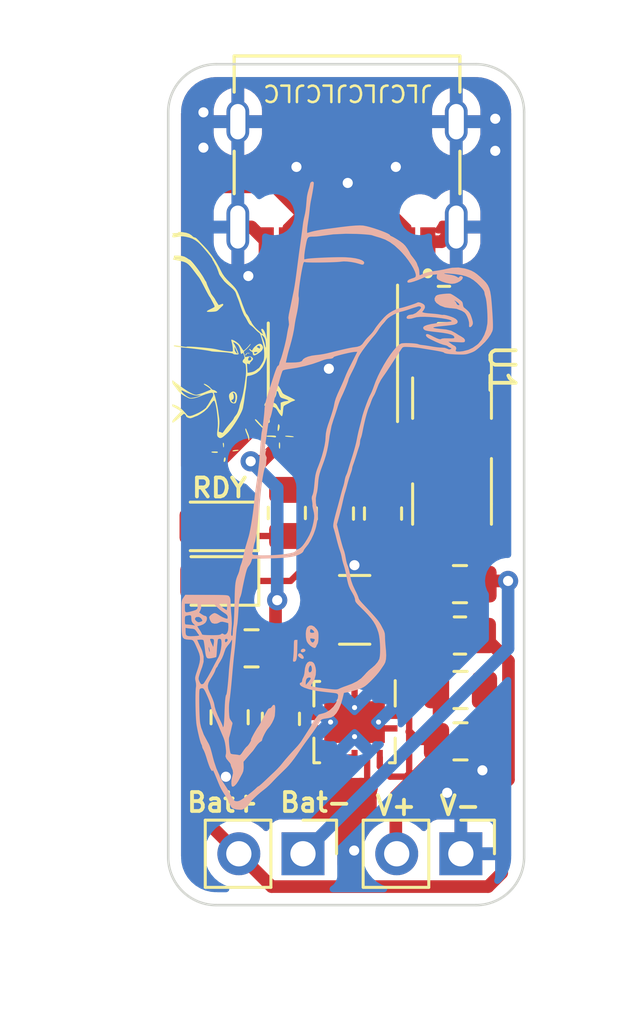
<source format=kicad_pcb>
(kicad_pcb (version 20211014) (generator pcbnew)
  (layers (0 "F.Cu" signal) (31 "B.Cu" signal) (34 "B.Paste" user) (35 "F.Paste" user) (36 "B.SilkS" user "B.Silkscreen") (37 "F.SilkS" user "F.Silkscreen") (38 "B.Mask" user) (39 "F.Mask" user) (44 "Edge.Cuts" user))
  (net 0 "")
  (net 1 "Net-(C1-Pad1)")
  (net 2 "-BATT")
  (net 3 "+BATT")
  (net 4 "GND")
  (net 5 "Net-(D1-Pad1)")
  (net 6 "VBUS")
  (net 7 "Net-(D2-Pad1)")
  (net 10 "Net-(L1-Pad1)")
  (net 11 "Net-(L1-Pad2)")
  (net 12 "Net-(R1-Pad2)")
  (net 13 "Net-(R3-Pad1)")
  (net 14 "Net-(R6-Pad1)")
  (net 15 "Net-(R7-Pad1)")
  (net 16 "/G1")
  (net 17 "/G2")
  (net 21 "Net-(C3-Pad1)")
  (net 22 "+3.3V")
  (footprint "LED_SMD:LED_0805_2012Metric" (layer "F.Cu") (at 182.499 96.139 180)
    (fp_text reference "D2" hide)
    (fp_text value "Red")
    (pad "1" smd roundrect (at -0.9375 0 180) (size 0.975 1.4) (layers "F.Cu" "F.Paste" "F.Mask") (net 7 "Net-(D2-Pad1)"))
    (pad "2" smd roundrect (at 0.9375 0 180) (size 0.975 1.4) (layers "F.Cu" "F.Paste" "F.Mask") (net 6 "VBUS"))
  )
  (footprint "Package_SON:Texas_DRC0010J_ThermalVias" (layer "F.Cu") (at 187.9755 101.724 -90)
    (fp_text reference "U4" hide)
    (fp_text value "TPS63001")
    (pad "1" smd rect (at -1.4 -1 270) (size 0.6 0.24) (layers "F.Cu" "F.Paste" "F.Mask") (net 22 "+3.3V"))
    (pad "2" smd rect (at -1.4 -0.5 270) (size 0.6 0.24) (layers "F.Cu" "F.Paste" "F.Mask") (net 10 "Net-(L1-Pad1)"))
    (pad "3" smd rect (at -1.4 0 270) (size 0.6 0.24) (layers "F.Cu" "F.Paste" "F.Mask") (net 4 "GND"))
    (pad "4" smd rect (at -1.4 0.5 270) (size 0.6 0.24) (layers "F.Cu" "F.Paste" "F.Mask") (net 11 "Net-(L1-Pad2)"))
    (pad "5" smd rect (at -1.4 1 270) (size 0.6 0.24) (layers "F.Cu" "F.Paste" "F.Mask") (net 3 "+BATT"))
    (pad "6" smd rect (at 1.4 1 270) (size 0.6 0.24) (layers "F.Cu" "F.Paste" "F.Mask") (net 21 "Net-(C3-Pad1)"))
    (pad "7" smd rect (at 1.4 0.5 270) (size 0.6 0.24) (layers "F.Cu" "F.Paste" "F.Mask") (net 21 "Net-(C3-Pad1)"))
    (pad "8" smd rect (at 1.4 0 270) (size 0.6 0.24) (layers "F.Cu" "F.Paste" "F.Mask") (net 21 "Net-(C3-Pad1)"))
    (pad "9" smd rect (at 1.4 -0.5 270) (size 0.6 0.24) (layers "F.Cu" "F.Paste" "F.Mask") (net 4 "GND"))
    (pad "10" smd rect (at 1.4 -1 270) (size 0.6 0.24) (layers "F.Cu" "F.Paste" "F.Mask") (net 22 "+3.3V"))
    (pad "11" thru_hole circle (at 0.575 0 270) (size 0.5 0.5) (drill 0.2) (layers *.Cu) (net 4 "GND"))
    (pad "11" thru_hole circle (at 0 -0.95 270) (size 0.5 0.5) (drill 0.2) (layers *.Cu) (net 4 "GND"))
    (pad "11" smd custom (at 0 0 270) (size 1.65 2.4) (layers "F.Cu" "F.Mask") (net 4 "GND") (options (clearance outline) (anchor rect)) (primitives (gr_poly (pts (xy -0.125 -1.1) (xy 0.125 -1.1) (xy 0.125 -1.7) (xy 0.375 -1.7) (xy 0.375 1.7) (xy 0.125 1.7) (xy 0.125 1.1) (xy -0.125 1.1) (xy -0.125 1.7) (xy -0.375 1.7) (xy -0.375 -1.7) (xy -0.125 -1.7)) (width 0) (fill yes))))
    (pad "11" thru_hole circle (at -0.575 0 270) (size 0.5 0.5) (drill 0.2) (layers *.Cu) (net 4 "GND"))
    (pad "11" thru_hole circle (at 0 0.95 270) (size 0.5 0.5) (drill 0.2) (layers *.Cu) (net 4 "GND"))
  )
  (footprint "LED_SMD:LED_0805_2012Metric" (layer "F.Cu") (at 182.469 93.98 180)
    (fp_text reference "D1" hide)
    (fp_text value "Green")
    (pad "1" smd roundrect (at -0.9375 0 180) (size 0.975 1.4) (layers "F.Cu" "F.Paste" "F.Mask") (net 5 "Net-(D1-Pad1)"))
    (pad "2" smd roundrect (at 0.9375 0 180) (size 0.975 1.4) (layers "F.Cu" "F.Paste" "F.Mask") (net 6 "VBUS"))
  )
  (footprint "Resistor_SMD:R_0805_2012Metric" (layer "F.Cu") (at 192.151 98.298 180)
    (fp_text reference "R8" hide)
    (fp_text value "470")
    (pad "1" smd roundrect (at -0.9125 0 180) (size 1.025 1.4) (layers "F.Cu" "F.Paste" "F.Mask") (roundrect_rratio 0.243902439) (net 3 "+BATT"))
    (pad "2" smd roundrect (at 0.9125 0 180) (size 1.025 1.4) (layers "F.Cu" "F.Paste" "F.Mask") (roundrect_rratio 0.243902439) (net 1 "Net-(C1-Pad1)"))
  )
  (footprint "Resistor_SMD:R_0805_2012Metric" (layer "F.Cu") (at 185.0595 101.597 -90)
    (fp_text reference "R10" hide)
    (fp_text value "100")
    (pad "1" smd roundrect (at -0.9125 0 270) (size 1.025 1.4) (layers "F.Cu" "F.Paste" "F.Mask") (roundrect_rratio 0.243902439) (net 3 "+BATT"))
    (pad "2" smd roundrect (at 0.9125 0 270) (size 1.025 1.4) (layers "F.Cu" "F.Paste" "F.Mask") (roundrect_rratio 0.243902439) (net 21 "Net-(C3-Pad1)"))
  )
  (footprint "Resistor_SMD:R_0805_2012Metric" (layer "F.Cu") (at 187.198 93.472 -90)
    (fp_text reference "R6" hide)
    (fp_text value "1k")
    (pad "1" smd roundrect (at -0.9125 0 270) (size 1.025 1.4) (layers "F.Cu" "F.Paste" "F.Mask") (roundrect_rratio 0.243902439) (net 14 "Net-(R6-Pad1)"))
    (pad "2" smd roundrect (at 0.9125 0 270) (size 1.025 1.4) (layers "F.Cu" "F.Paste" "F.Mask") (roundrect_rratio 0.243902439) (net 7 "Net-(D2-Pad1)"))
  )
  (footprint "Custom Footprints:TP4056" (layer "F.Cu") (at 193.3085 87.774 -90)
    (fp_text reference "U1" (at 0 -0.5 -90 unlocked) (layer "F.SilkS"))
    (fp_text value "TP4056")
    (pad "1" smd roundrect (at -2.515 4.285 270) (size 1.65 0.6) (layers "F.Cu" "F.Paste" "F.Mask") (net 4 "GND"))
    (pad "2" smd roundrect (at -2.515 5.555 270) (size 1.65 0.6) (layers "F.Cu" "F.Paste" "F.Mask") (net 12 "Net-(R1-Pad2)"))
    (pad "3" smd roundrect (at 0.0955 6.223 270) (size 1.841 3.302) (layers "F.Cu" "F.Paste" "F.Mask") (net 4 "GND"))
    (pad "3" smd roundrect (at -2.515 6.825 270) (size 1.65 0.6) (layers "F.Cu" "F.Paste" "F.Mask") (net 4 "GND"))
    (pad "4" smd roundrect (at -2.515 8.095 270) (size 1.65 0.6) (layers "F.Cu" "F.Paste" "F.Mask") (net 6 "VBUS"))
    (pad "5" smd roundrect (at 2.735 8.095 270) (size 1.65 0.6) (layers "F.Cu" "F.Paste" "F.Mask") (net 3 "+BATT"))
    (pad "6" smd roundrect (at 2.735 6.825 270) (size 1.65 0.6) (layers "F.Cu" "F.Paste" "F.Mask") (net 15 "Net-(R7-Pad1)"))
    (pad "7" smd roundrect (at 2.735 5.555 270) (size 1.65 0.6) (layers "F.Cu" "F.Paste" "F.Mask") (net 14 "Net-(R6-Pad1)"))
    (pad "8" smd roundrect (at 2.735 4.285 270) (size 1.65 0.6) (layers "F.Cu" "F.Paste" "F.Mask") (net 6 "VBUS"))
  )
  (footprint "Capacitor_SMD:C_0805_2012Metric" (layer "F.Cu") (at 192.151 96.266)
    (fp_text reference "C1" hide)
    (fp_text value "0.1uf")
    (pad "1" smd roundrect (at -0.95 0) (size 1 1.45) (layers "F.Cu" "F.Paste" "F.Mask") (net 1 "Net-(C1-Pad1)"))
    (pad "2" smd roundrect (at 0.95 0) (size 1 1.45) (layers "F.Cu" "F.Paste" "F.Mask") (net 2 "-BATT"))
  )
  (footprint "Resistor_SMD:R_0805_2012Metric" (layer "F.Cu") (at 185.293 93.4485 -90)
    (fp_text reference "R7" hide)
    (fp_text value "1k")
    (pad "1" smd roundrect (at -0.9125 0 270) (size 1.025 1.4) (layers "F.Cu" "F.Paste" "F.Mask") (roundrect_rratio 0.243902439) (net 15 "Net-(R7-Pad1)"))
    (pad "2" smd roundrect (at 0.9125 0 270) (size 1.025 1.4) (layers "F.Cu" "F.Paste" "F.Mask") (roundrect_rratio 0.243902439) (net 5 "Net-(D1-Pad1)"))
  )
  (footprint "Resistor_SMD:R_0805_2012Metric" (layer "F.Cu") (at 189.103 93.472 -90)
    (fp_text reference "R3" hide)
    (fp_text value "1k")
    (pad "1" smd roundrect (at -0.9125 0 270) (size 1.025 1.4) (layers "F.Cu" "F.Paste" "F.Mask") (roundrect_rratio 0.243902439) (net 13 "Net-(R3-Pad1)"))
    (pad "2" smd roundrect (at 0.9125 0 270) (size 1.025 1.4) (layers "F.Cu" "F.Paste" "F.Mask") (roundrect_rratio 0.243902439) (net 4 "GND"))
  )
  (footprint "Capacitor_SMD:C_0805_2012Metric" (layer "F.Cu") (at 183.0275 101.531 90)
    (fp_text reference "C3" hide)
    (fp_text value "10uf")
    (pad "1" smd roundrect (at -0.95 0 90) (size 1 1.45) (layers "F.Cu" "F.Paste" "F.Mask") (net 21 "Net-(C3-Pad1)"))
    (pad "2" smd roundrect (at 0.95 0 90) (size 1 1.45) (layers "F.Cu" "F.Paste" "F.Mask") (net 4 "GND"))
  )
  (footprint "Connector_PinHeader_2.54mm:PinHeader_1x02_P2.54mm_Vertical" (layer "F.Cu") (at 185.933 106.934 -90)
    (fp_text reference "J1" hide)
    (fp_text value "Conn_01x02")
    (pad "1" thru_hole rect (at 0 0 270) (size 1.7 1.7) (drill 1) (layers *.Cu *.Mask) (net 2 "-BATT"))
    (pad "2" thru_hole oval (at 0 2.54 270) (size 1.7 1.7) (drill 1) (layers *.Cu *.Mask) (net 3 "+BATT"))
  )
  (footprint "Capacitor_SMD:C_0805_2012Metric" (layer "F.Cu") (at 192.1715 100.454)
    (fp_text reference "C4" hide)
    (fp_text value "10uf")
    (pad "1" smd roundrect (at -0.95 0) (size 1 1.45) (layers "F.Cu" "F.Paste" "F.Mask") (net 22 "+3.3V"))
    (pad "2" smd roundrect (at 0.95 0) (size 1 1.45) (layers "F.Cu" "F.Paste" "F.Mask") (net 4 "GND"))
  )
  (footprint "Capacitor_SMD:C_0805_2012Metric" (layer "F.Cu") (at 183.896 98.806 180)
    (fp_text reference "C2" hide)
    (fp_text value "10uf")
    (pad "1" smd roundrect (at -0.95 0 180) (size 1 1.45) (layers "F.Cu" "F.Paste" "F.Mask") (net 3 "+BATT"))
    (pad "2" smd roundrect (at 0.95 0 180) (size 1 1.45) (layers "F.Cu" "F.Paste" "F.Mask") (net 4 "GND"))
  )
  (footprint "SmallHostFootprints:HRO_TYPE-C-31-M-12" (layer "F.Cu") (at 187.678 77.9665 180)
    (fp_text reference "J2" hide)
    (fp_text value "TYPE-C-31-M-12")
    (pad "" np_thru_hole circle locked (at 2.89 -3.68 180) (size 0.6 0.6) (drill 0.6) (layers *.Cu *.Mask))
    (pad "" np_thru_hole circle locked (at -2.89 -3.68 180) (size 0.6 0.6) (drill 0.6) (layers *.Cu *.Mask))
    (pad "A1_B12" smd rect locked (at -3.2 -4.75 180) (size 0.6 1.14) (layers "F.Cu" "F.Paste") (net 4 "GND"))
    (pad "A4_B9" smd rect locked (at -2.4 -4.75 180) (size 0.6 1.14) (layers "F.Cu" "F.Paste") (net 6 "VBUS"))
    (pad "A5" smd rect locked (at -1.25 -4.75 180) (size 0.3 1.14) (layers "F.Cu" "F.Paste"))
    (pad "A6" smd rect locked (at -0.25 -4.75 180) (size 0.3 1.14) (layers "F.Cu" "F.Paste"))
    (pad "A7" smd rect locked (at 0.25 -4.75 180) (size 0.3 1.14) (layers "F.Cu" "F.Paste"))
    (pad "A8" smd rect locked (at 1.25 -4.75 180) (size 0.3 1.14) (layers "F.Cu" "F.Paste"))
    (pad "B1_A12" smd rect locked (at 3.2 -4.75 180) (size 0.6 1.14) (layers "F.Cu" "F.Paste") (net 4 "GND"))
    (pad "B4_A9" smd rect locked (at 2.4 -4.75 180) (size 0.6 1.14) (layers "F.Cu" "F.Paste") (net 6 "VBUS"))
    (pad "B5" smd rect locked (at 1.75 -4.75 180) (size 0.3 1.14) (layers "F.Cu" "F.Paste"))
    (pad "B6" smd rect locked (at 0.75 -4.75 180) (size 0.3 1.14) (layers "F.Cu" "F.Paste"))
    (pad "B7" smd rect locked (at -0.75 -4.75 180) (size 0.3 1.14) (layers "F.Cu" "F.Paste"))
    (pad "B8" smd rect locked (at -1.75 -4.75 180) (size 0.3 1.14) (layers "F.Cu" "F.Paste"))
    (pad "S1" thru_hole oval locked (at -4.325 -4.17 180) (size 0.9 2) (drill oval 0.6 1.7) (layers *.Cu *.Mask) (net 4 "GND"))
    (pad "S2" thru_hole oval locked (at 4.325 -4.17 180) (size 0.9 2) (drill oval 0.6 1.7) (layers *.Cu *.Mask) (net 4 "GND"))
    (pad "S3" thru_hole oval locked (at -4.325 0 180) (size 0.9 1.7) (drill oval 0.6 1.4) (layers *.Cu *.Mask) (net 4 "GND"))
    (pad "S4" thru_hole oval locked (at 4.325 0 180) (size 0.9 1.7) (drill oval 0.6 1.4) (layers *.Cu *.Mask) (net 4 "GND"))
  )
  (footprint "Package_TO_SOT_SMD:SOT-23-6" (layer "F.Cu") (at 191.836 88.9055 -90)
    (fp_text reference "U3" hide)
    (fp_text value "FS8205A")
    (pad "1" smd roundrect (at -1.1375 -0.95 270) (size 1.325 0.6) (layers "F.Cu" "F.Paste" "F.Mask") (net 2 "-BATT"))
    (pad "2" smd roundrect (at -1.1375 0 270) (size 1.325 0.6) (layers "F.Cu" "F.Paste" "F.Mask"))
    (pad "3" smd roundrect (at -1.1375 0.95 270) (size 1.325 0.6) (layers "F.Cu" "F.Paste" "F.Mask") (net 4 "GND"))
    (pad "4" smd roundrect (at 1.1375 0.95 270) (size 1.325 0.6) (layers "F.Cu" "F.Paste" "F.Mask") (net 17 "/G2"))
    (pad "5" smd roundrect (at 1.1375 0 270) (size 1.325 0.6) (layers "F.Cu" "F.Paste" "F.Mask"))
    (pad "6" smd roundrect (at 1.1375 -0.95 270) (size 1.325 0.6) (layers "F.Cu" "F.Paste" "F.Mask") (net 16 "/G1"))
  )
  (footprint "Inductor_SMD:L_1210_3225Metric" (layer "F.Cu") (at 187.9805 97.282 180)
    (fp_text reference "L1" hide)
    (fp_text value "2.2uh")
    (pad "1" smd roundrect (at -1.4 0 180) (size 1.25 2.65) (layers "F.Cu" "F.Paste" "F.Mask") (roundrect_rratio 0.2) (net 10 "Net-(L1-Pad1)"))
    (pad "2" smd roundrect (at 1.4 0 180) (size 1.25 2.65) (layers "F.Cu" "F.Paste" "F.Mask") (roundrect_rratio 0.2) (net 11 "Net-(L1-Pad2)"))
  )
  (footprint "LOGO" (layer "F.Cu") (at 183.261 86.868 -90)
    (fp_text reference "G***" hide)
    (fp_text value "LOGO" hide)
  )
  (footprint "Package_TO_SOT_SMD:SOT-23-6" (layer "F.Cu") (at 191.836 93.0965 -90)
    (fp_text reference "U2" hide)
    (fp_text value "DW01-A")
    (pad "1" smd roundrect (at -1.1375 -0.95 270) (size 1.325 0.6) (layers "F.Cu" "F.Paste" "F.Mask") (net 16 "/G1"))
    (pad "2" smd roundrect (at -1.1375 0 270) (size 1.325 0.6) (layers "F.Cu" "F.Paste" "F.Mask") (net 13 "Net-(R3-Pad1)"))
    (pad "3" smd roundrect (at -1.1375 0.95 270) (size 1.325 0.6) (layers "F.Cu" "F.Paste" "F.Mask") (net 17 "/G2"))
    (pad "4" smd roundrect (at 1.1375 0.95 270) (size 1.325 0.6) (layers "F.Cu" "F.Paste" "F.Mask"))
    (pad "5" smd roundrect (at 1.1375 0 270) (size 1.325 0.6) (layers "F.Cu" "F.Paste" "F.Mask") (net 1 "Net-(C1-Pad1)"))
    (pad "6" smd roundrect (at 1.1375 -0.95 270) (size 1.325 0.6) (layers "F.Cu" "F.Paste" "F.Mask") (net 2 "-BATT"))
  )
  (footprint "Capacitor_SMD:C_0805_2012Metric" (layer "F.Cu") (at 192.1715 102.486)
    (fp_text reference "C5" hide)
    (fp_text value "C_Small")
    (pad "1" smd roundrect (at -0.95 0) (size 1 1.45) (layers "F.Cu" "F.Paste" "F.Mask") (net 22 "+3.3V"))
    (pad "2" smd roundrect (at 0.95 0) (size 1 1.45) (layers "F.Cu" "F.Paste" "F.Mask") (net 4 "GND"))
  )
  (footprint "Resistor_SMD:R_0805_2012Metric" (layer "F.Cu") (at 191.516 85.217 180)
    (fp_text reference "R1" hide)
    (fp_text value "1k")
    (pad "1" smd roundrect (at -0.9125 0 180) (size 1.025 1.4) (layers "F.Cu" "F.Paste" "F.Mask") (roundrect_rratio 0.243902439) (net 4 "GND"))
    (pad "2" smd roundrect (at 0.9125 0 180) (size 1.025 1.4) (layers "F.Cu" "F.Paste" "F.Mask") (roundrect_rratio 0.243902439) (net 12 "Net-(R1-Pad2)"))
  )
  (footprint "Connector_PinHeader_2.54mm:PinHeader_1x02_P2.54mm_Vertical" (layer "F.Cu") (at 192.186 106.934 -90)
    (fp_text reference "J3" hide)
    (fp_text value "Conn_01x02")
    (pad "1" thru_hole rect (at 0 0 270) (size 1.7 1.7) (drill 1) (layers *.Cu *.Mask) (net 4 "GND"))
    (pad "2" thru_hole oval (at 0 2.54 270) (size 1.7 1.7) (drill 1) (layers *.Cu *.Mask) (net 22 "+3.3V"))
  )
  (footprint "LOGO" (layer "B.Cu") (at 185.928 93.218 90)
    (fp_text reference "G***" hide)
    (fp_text value "LOGO" hide)
  )
  (gr_line (start 194.691 107.061) (end 194.691 77.597) (layer "Edge.Cuts") (width 0.1))
  (gr_arc (start 194.691 107.061) (mid 194.133038 108.408038) (end 192.786 108.966) (layer "Edge.Cuts") (width 0.1))
  (gr_arc (start 182.499 108.966) (mid 181.151962 108.408038) (end 180.594 107.061) (layer "Edge.Cuts") (width 0.1))
  (gr_arc (start 192.786 75.692) (mid 194.133038 76.249962) (end 194.691 77.597) (layer "Edge.Cuts") (width 0.1))
  (gr_line (start 192.786 75.692) (end 182.499 75.692) (layer "Edge.Cuts") (width 0.1))
  (gr_arc (start 180.594 77.597) (mid 181.151962 76.249962) (end 182.499 75.692) (layer "Edge.Cuts") (width 0.1))
  (gr_line (start 182.499 108.966) (end 192.786 108.966) (layer "Edge.Cuts") (width 0.1))
  (gr_line (start 180.594 77.597) (end 180.594 107.061) (layer "Edge.Cuts") (width 0.1))
  (gr_text "JLCJLCJLCJLC" (at 187.706 76.835 180) (layer "F.SilkS") (effects (font (size 0.65 0.65) (thickness 0.1))))
  (gr_text "V+" (at 189.611 105.029) (layer "F.SilkS") (effects (font (size 0.75 0.75))))
  (gr_text "V-" (at 192.151 105.029) (layer "F.SilkS") (effects (font (size 0.75 0.75))))
  (gr_text "Bat+" (at 182.753 104.902) (layer "F.SilkS") (effects (font (size 0.75 0.75))))
  (gr_text "RDY" (at 182.626 92.456) (layer "F.SilkS") (effects (font (size 0.75 0.75))))
  (gr_text "Bat-\n" (at 186.436 104.902) (layer "F.SilkS") (effects (font (size 0.75 0.75))))
  (segment (start 191.836 95.631) (end 191.836 94.234) (width 0.3) (layer "F.Cu") (net 1))
  (segment (start 191.2385 98.298) (end 191.2385 96.3035) (width 0.3) (layer "F.Cu") (net 1))
  (segment (start 191.201 96.266) (end 191.836 95.631) (width 0.3) (layer "F.Cu") (net 1))
  (segment (start 191.2385 96.3035) (end 191.201 96.266) (width 0.3) (layer "F.Cu") (net 1))
  (segment (start 192.786 95.951) (end 193.101 96.266) (width 0.3) (layer "F.Cu") (net 2))
  (segment (start 192.786 87.768) (end 193.436 88.418) (width 0.3) (layer "F.Cu") (net 2))
  (segment (start 192.786 94.234) (end 192.786 95.951) (width 0.3) (layer "F.Cu") (net 2))
  (segment (start 194.056 96.139) (end 193.228 96.139) (width 0.5) (layer "F.Cu") (net 2))
  (segment (start 193.436 88.418) (end 193.436 93.584) (width 0.3) (layer "F.Cu") (net 2))
  (segment (start 193.436 93.584) (end 192.786 94.234) (width 0.3) (layer "F.Cu") (net 2))
  (segment (start 193.228 96.139) (end 193.101 96.266) (width 0.5) (layer "F.Cu") (net 2))
  (via (at 194.056 96.139) (size 0.8) (drill 0.4) (layers "F.Cu" "B.Cu") (net 2))
  (segment (start 194.056 98.811) (end 185.933 106.934) (width 0.5) (layer "B.Cu") (net 2))
  (segment (start 194.056 96.139) (end 194.056 98.811) (width 0.5) (layer "B.Cu") (net 2))
  (segment (start 185.42 100.324) (end 185.0595 100.6845) (width 0.3) (layer "F.Cu") (net 3))
  (segment (start 184.693 108.234) (end 193.264 108.234) (width 0.5) (layer "F.Cu") (net 3))
  (segment (start 181.737 105.278) (end 181.737 98.171) (width 0.5) (layer "F.Cu") (net 3))
  (segment (start 184.846 98.613) (end 184.846 98.806) (width 0.5) (layer "F.Cu") (net 3))
  (segment (start 183.393 106.934) (end 181.737 105.278) (width 0.5) (layer "F.Cu") (net 3))
  (segment (start 193.802 107.696) (end 193.802 104.267) (width 0.5) (layer "F.Cu") (net 3))
  (segment (start 193.264 108.234) (end 193.802 107.696) (width 0.5) (layer "F.Cu") (net 3))
  (segment (start 184.846 96.967) (end 184.912 96.901) (width 0.5) (layer "F.Cu") (net 3))
  (segment (start 181.737 98.171) (end 182.372 97.536) (width 0.5) (layer "F.Cu") (net 3))
  (segment (start 184.846 98.806) (end 184.846 100.471) (width 0.5) (layer "F.Cu") (net 3))
  (segment (start 194.0715 99.306) (end 193.0635 98.298) (width 0.5) (layer "F.Cu") (net 3))
  (segment (start 182.372 97.536) (end 183.769 97.536) (width 0.5) (layer "F.Cu") (net 3))
  (segment (start 193.802 104.267) (end 194.0715 103.9975) (width 0.5) (layer "F.Cu") (net 3))
  (segment (start 186.9755 100.324) (end 185.42 100.324) (width 0.3) (layer "F.Cu") (net 3))
  (segment (start 183.861688 91.405688) (end 184.316812 91.405688) (width 0.5) (layer "F.Cu") (net 3))
  (segment (start 184.316812 91.405688) (end 185.2135 90.509) (width 0.5) (layer "F.Cu") (net 3))
  (segment (start 184.846 100.471) (end 185.0595 100.6845) (width 0.5) (layer "F.Cu") (net 3))
  (segment (start 183.393 106.934) (end 184.693 108.234) (width 0.5) (layer "F.Cu") (net 3))
  (segment (start 183.769 97.536) (end 184.846 98.613) (width 0.5) (layer "F.Cu") (net 3))
  (segment (start 184.846 98.806) (end 184.846 96.967) (width 0.5) (layer "F.Cu") (net 3))
  (segment (start 194.0715 103.9975) (end 194.0715 99.306) (width 0.5) (layer "F.Cu") (net 3))
  (via (at 184.912 96.901) (size 0.8) (drill 0.4) (layers "F.Cu" "B.Cu") (net 3))
  (via (at 183.861688 91.405688) (size 0.8) (drill 0.4) (layers "F.Cu" "B.Cu") (net 3))
  (segment (start 184.912 96.901) (end 184.912 92.456) (width 0.5) (layer "B.Cu") (net 3))
  (segment (start 184.912 92.456) (end 183.861688 91.405688) (width 0.5) (layer "B.Cu") (net 3))
  (segment (start 190.878 82.7165) (end 191.423 82.7165) (width 0.5) (layer "F.Cu") (net 4))
  (segment (start 190.886 87.768) (end 190.886 86.99) (width 0.5) (layer "F.Cu") (net 4))
  (segment (start 187.7735 101.522) (end 183.9685 101.522) (width 0.25) (layer "F.Cu") (net 4))
  (segment (start 192.003 82.1365) (end 192.003 84.7915) (width 0.5) (layer "F.Cu") (net 4))
  (segment (start 187.9755 101.724) (end 187.7735 101.522) (width 0.25) (layer "F.Cu") (net 4))
  (segment (start 188.4755 103.124) (end 188.4755 102.224) (width 0.25) (layer "F.Cu") (net 4))
  (segment (start 188.4755 102.224) (end 187.9755 101.724) (width 0.25) (layer "F.Cu") (net 4))
  (segment (start 187.0855 87.8695) (end 190.7845 87.8695) (width 0.5) (layer "F.Cu") (net 4))
  (segment (start 187.9755 98.622828) (end 187.932336 98.579664) (width 0.25) (layer "F.Cu") (net 4))
  (segment (start 189.0235 85.9315) (end 187.0855 87.8695) (width 0.5) (layer "F.Cu") (net 4))
  (segment (start 186.4835 87.2675) (end 186.9585 87.7425) (width 0.5) (layer "F.Cu") (net 4))
  (segment (start 190.886 86.99) (end 192.4285 85.4475) (width 0.5) (layer "F.Cu") (net 4))
  (segment (start 187.7185 101.981) (end 187.9755 101.724) (width 0.25) (layer "F.Cu") (net 4))
  (segment (start 182.946 100.4995) (end 183.0275 100.581) (width 0.5) (layer "F.Cu") (net 4))
  (segment (start 193.1215 100.454) (end 193.1215 102.486) (width 0.5) (layer "F.Cu") (net 4))
  (segment (start 186.563 101.981) (end 187.7185 101.981) (width 0.25) (layer "F.Cu") (net 4))
  (segment (start 191.423 82.7165) (end 192.003 82.1365) (width 0.5) (layer "F.Cu") (net 4))
  (segment (start 192.4285 85.4475) (end 192.4285 85.217) (width 0.5) (layer "F.Cu") (net 4))
  (segment (start 187.96 105.918) (end 187.96 106.807) (width 0.25) (layer "F.Cu") (net 4))
  (segment (start 186.9585 87.7425) (end 187.0855 87.8695) (width 0.5) (layer "F.Cu") (net 4))
  (segment (start 183.353 82.1365) (end 183.898 82.1365) (width 0.5) (layer "F.Cu") (net 4))
  (segment (start 187.9755 100.324) (end 187.9755 101.149) (width 0.25) (layer "F.Cu") (net 4))
  (segment (start 189.103 94.3845) (end 187.97175 95.51575) (width 0.5) (layer "F.Cu") (net 4))
  (segment (start 186.4835 85.259) (end 186.4835 87.2675) (width 0.5) (layer "F.Cu") (net 4))
  (segment (start 192.003 84.7915) (end 192.4285 85.217) (width 0.5) (layer "F.Cu") (net 4))
  (segment (start 182.946 98.806) (end 182.946 100.4995) (width 0.5) (layer "F.Cu") (net 4))
  (segment (start 188.4755 105.4025) (end 187.96 105.918) (width 0.25) (layer "F.Cu") (net 4))
  (segment (start 193.1215 103.5505) (end 193.04 103.632) (width 0.5) (layer "F.Cu") (net 4))
  (segment (start 193.1215 102.486) (end 193.1215 103.5505) (width 0.5) (layer "F.Cu") (net 4))
  (segment (start 187.97175 95.51575) (end 187.932336 95.555164) (width 0.5) (layer "F.Cu") (net 4))
  (segment (start 183.898 82.1365) (end 184.478 82.7165) (width 0.5) (layer "F.Cu") (net 4))
  (segment (start 187.9755 100.324) (end 187.9755 98.622828) (width 0.25) (layer "F.Cu") (net 4))
  (segment (start 183.9685 101.522) (end 183.0275 100.581) (width 0.25) (layer "F.Cu") (net 4))
  (segment (start 189.0235 85.259) (end 189.0235 85.9315) (width 0.5) (layer "F.Cu") (net 4))
  (segment (start 187.932336 95.555164) (end 187.932336 98.579664) (width 0.5) (layer "F.Cu") (net 4))
  (segment (start 188.4755 103.124) (end 188.4755 105.4025) (width 0.25) (layer "F.Cu") (net 4))
  (segment (start 190.7845 87.8695) (end 190.886 87.768) (width 0.5) (layer "F.Cu") (net 4))
  (via (at 186.9585 87.7425) (size 0.8) (drill 0.4) (layers "F.Cu" "B.Cu") (net 4))
  (via (at 185.674 79.756) (size 0.8) (drill 0.4) (layers "F.Cu" "B.Cu") (net 4))
  (via (at 193.548 79.121) (size 0.8) (drill 0.4) (layers "F.Cu" "B.Cu") (net 4))
  (via (at 187.96 106.807) (size 0.8) (drill 0.4) (layers "F.Cu" "B.Cu") (net 4))
  (via (at 187.97175 95.51575) (size 0.8) (drill 0.4) (layers "F.Cu" "B.Cu") (net 4))
  (via (at 193.04 103.632) (size 0.8) (drill 0.4) (layers "F.Cu" "B.Cu") (net 4))
  (via (at 181.991 77.597) (size 0.8) (drill 0.4) (layers "F.Cu" "B.Cu") (net 4))
  (via (at 193.548 77.851) (size 0.8) (drill 0.4) (layers "F.Cu" "B.Cu") (net 4))
  (via (at 183.769 84.074) (size 0.8) (drill 0.4) (layers "F.Cu" "B.Cu") (net 4))
  (via (at 182.88 103.886) (size 0.8) (drill 0.4) (layers "F.Cu" "B.Cu") (net 4))
  (via (at 181.991 78.994) (size 0.8) (drill 0.4) (layers "F.Cu" "B.Cu") (net 4))
  (via (at 189.611 79.756) (size 0.8) (drill 0.4) (layers "F.Cu" "B.Cu") (net 4))
  (via (at 191.643 104.521) (size 0.8) (drill 0.4) (layers "F.Cu" "B.Cu") (net 4))
  (via (at 187.706 80.391) (size 0.8) (drill 0.4) (layers "F.Cu" "B.Cu") (net 4))
  (segment (start 183.353 77.9665) (end 183.353 82.1365) (width 0.5) (layer "B.Cu") (net 4))
  (segment (start 192.003 77.9665) (end 192.003 82.1365) (width 0.5) (layer "B.Cu") (net 4))
  (segment (start 183.353 77.9665) (end 192.003 77.9665) (width 0.5) (layer "B.Cu") (net 4))
  (segment (start 183.7875 94.361) (end 183.4065 93.98) (width 0.25) (layer "F.Cu") (net 5))
  (segment (start 185.293 94.361) (end 183.7875 94.361) (width 0.25) (layer "F.Cu") (net 5))
  (segment (start 188.341 89.281) (end 184.531 89.281) (width 0.3) (layer "F.Cu") (net 6))
  (segment (start 182.245 84.201) (end 184.531 86.487) (width 0.3) (layer "F.Cu") (net 6))
  (segment (start 186.182 81.534) (end 189.465549 81.534) (width 0.3) (layer "F.Cu") (net 6))
  (segment (start 185.2135 82.781) (end 185.278 82.7165) (width 0.3) (layer "F.Cu") (net 6))
  (segment (start 181.5615 96.139) (end 181.5615 94.01) (width 0.5) (layer "F.Cu") (net 6))
  (segment (start 189.465549 81.534) (end 190.078 82.146451) (width 0.3) (layer "F.Cu") (net 6))
  (segment (start 185.278 82.7165) (end 185.278 82.146451) (width 0.3) (layer "F.Cu") (net 6))
  (segment (start 186.182 81.534) (end 185.674 81.534) (width 0.3) (layer "F.Cu") (net 6))
  (segment (start 185.039 85.4335) (end 185.2135 85.259) (width 0.3) (layer "F.Cu") (net 6))
  (segment (start 185.278 82.146451) (end 185.890451 81.534) (width 0.3) (layer "F.Cu") (net 6))
  (segment (start 189.0235 89.9635) (end 188.341 89.281) (width 0.3) (layer "F.Cu") (net 6))
  (segment (start 185.674 81.534) (end 184.785 80.645) (width 0.3) (layer "F.Cu") (net 6))
  (segment (start 181.5315 92.5345) (end 184.531 89.535) (width 0.5) (layer "F.Cu") (net 6))
  (segment (start 182.245 81.026) (end 182.245 84.201) (width 0.3) (layer "F.Cu") (net 6))
  (segment (start 184.531 85.9415) (end 185.2135 85.259) (width 0.5) (layer "F.Cu") (net 6))
  (segment (start 184.531 89.535) (end 184.531 86.487) (width 0.5) (layer "F.Cu") (net 6))
  (segment (start 181.5315 93.98) (end 181.5315 92.5345) (width 0.5) (layer "F.Cu") (net 6))
  (segment (start 190.078 82.146451) (end 190.078 82.7165) (width 0.3) (layer "F.Cu") (net 6))
  (segment (start 182.626 80.645) (end 182.245 81.026) (width 0.3) (layer "F.Cu") (net 6))
  (segment (start 181.5615 94.01) (end 181.5315 93.98) (width 0.5) (layer "F.Cu") (net 6))
  (segment (start 189.0235 90.509) (end 189.0235 89.9635) (width 0.3) (layer "F.Cu") (net 6))
  (segment (start 184.785 80.645) (end 182.626 80.645) (width 0.3) (layer "F.Cu") (net 6))
  (segment (start 184.531 86.487) (end 184.531 85.9415) (width 0.5) (layer "F.Cu") (net 6))
  (segment (start 185.890451 81.534) (end 186.182 81.534) (width 0.3) (layer "F.Cu") (net 6))
  (segment (start 185.4435 96.139) (end 187.198 94.3845) (width 0.25) (layer "F.Cu") (net 7))
  (segment (start 183.4365 96.139) (end 185.4435 96.139) (width 0.25) (layer "F.Cu") (net 7))
  (segment (start 189.3805 97.282) (end 189.3805 98.041) (width 0.3) (layer "F.Cu") (net 10))
  (segment (start 188.4755 100.324) (end 188.4755 98.946) (width 0.25) (layer "F.Cu") (net 10))
  (segment (start 188.4755 98.946) (end 189.3805 98.041) (width 0.25) (layer "F.Cu") (net 10))
  (segment (start 187.4755 98.936) (end 187.27175 98.73225) (width 0.25) (layer "F.Cu") (net 11))
  (segment (start 186.5805 98.041) (end 187.27175 98.73225) (width 0.3) (layer "F.Cu") (net 11))
  (segment (start 187.4755 100.324) (end 187.4755 98.936) (width 0.25) (layer "F.Cu") (net 11))
  (segment (start 186.5805 97.282) (end 186.5805 98.041) (width 0.3) (layer "F.Cu") (net 11))
  (segment (start 189.4955 84.109) (end 188.56 84.109) (width 0.25) (layer "F.Cu") (net 12))
  (segment (start 188.56 84.109) (end 187.7535 84.9155) (width 0.25) (layer "F.Cu") (net 12))
  (segment (start 187.7535 84.9155) (end 187.7535 85.259) (width 0.25) (layer "F.Cu") (net 12))
  (segment (start 190.6035 85.217) (end 189.4955 84.109) (width 0.25) (layer "F.Cu") (net 12))
  (segment (start 189.5075 92.964) (end 191.262 92.964) (width 0.25) (layer "F.Cu") (net 13))
  (segment (start 191.836 92.39) (end 191.262 92.964) (width 0.25) (layer "F.Cu") (net 13))
  (segment (start 191.836 91.959) (end 191.836 92.39) (width 0.25) (layer "F.Cu") (net 13))
  (segment (start 189.103 92.5595) (end 189.5075 92.964) (width 0.25) (layer "F.Cu") (net 13))
  (segment (start 187.7535 92.004) (end 187.198 92.5595) (width 0.25) (layer "F.Cu") (net 14))
  (segment (start 187.7535 90.509) (end 187.7535 92.004) (width 0.25) (layer "F.Cu") (net 14))
  (segment (start 186.4835 91.3455) (end 186.4835 90.509) (width 0.25) (layer "F.Cu") (net 15))
  (segment (start 185.293 92.536) (end 186.4835 91.3455) (width 0.25) (layer "F.Cu") (net 15))
  (segment (start 192.786 90.043) (end 192.786 91.959) (width 0.25) (layer "F.Cu") (net 16))
  (segment (start 190.886 91.959) (end 190.886 90.043) (width 0.25) (layer "F.Cu") (net 17))
  (segment (start 185.031 102.481) (end 185.0595 102.5095) (width 0.25) (layer "F.Cu") (net 21))
  (segment (start 185.0595 102.5095) (end 185.674 103.124) (width 0.25) (layer "F.Cu") (net 21))
  (segment (start 183.0275 102.481) (end 185.031 102.481) (width 0.25) (layer "F.Cu") (net 21))
  (segment (start 185.674 103.124) (end 187.9755 103.124) (width 0.25) (layer "F.Cu") (net 21))
  (segment (start 188.9965 103.502) (end 188.9755 103.481) (width 0.25) (layer "F.Cu") (net 22))
  (segment (start 189.3775 103.883) (end 188.9965 103.502) (width 0.25) (layer "F.Cu") (net 22))
  (segment (start 189.611 106.553) (end 189.611 104.648) (width 0.5) (layer "F.Cu") (net 22))
  (segment (start 190.1395 99.946) (end 190.1395 100.708) (width 0.25) (layer "F.Cu") (net 22))
  (segment (start 191.2215 100.454) (end 191.2215 102.486) (width 0.3) (layer "F.Cu") (net 22))
  (segment (start 188.9755 100.324) (end 188.9755 99.967) (width 0.25) (layer "F.Cu") (net 22))
  (segment (start 190.5205 102.486) (end 190.1395 102.105) (width 0.3) (layer "F.Cu") (net 22))
  (segment (start 188.9755 103.481) (end 188.9755 103.124) (width 0.25) (layer "F.Cu") (net 22))
  (segment (start 191.2215 103.0375) (end 191.2215 102.486) (width 0.5) (layer "F.Cu") (net 22))
  (segment (start 190.1395 102.105) (end 190.1395 103.756) (width 0.25) (layer "F.Cu") (net 22))
  (segment (start 189.8855 99.692) (end 190.1395 99.946) (width 0.25) (layer "F.Cu") (net 22))
  (segment (start 190.1395 103.756) (end 190.0125 103.883) (width 0.25) (layer "F.Cu") (net 22))
  (segment (start 189.611 104.648) (end 191.2215 103.0375) (width 0.5) (layer "F.Cu") (net 22))
  (segment (start 190.1395 100.708) (end 190.1395 102.105) (width 0.25) (layer "F.Cu") (net 22))
  (segment (start 191.2215 100.454) (end 190.3935 100.454) (width 0.3) (layer "F.Cu") (net 22))
  (segment (start 188.9755 99.967) (end 189.2505 99.692) (width 0.25) (layer "F.Cu") (net 22))
  (segment (start 190.0125 103.883) (end 189.3775 103.883) (width 0.25) (layer "F.Cu") (net 22))
  (segment (start 189.2505 99.692) (end 189.8855 99.692) (width 0.25) (layer "F.Cu") (net 22))
  (segment (start 191.2215 102.486) (end 190.5205 102.486) (width 0.3) (layer "F.Cu") (net 22))
  (segment (start 190.3935 100.454) (end 190.1395 100.708) (width 0.3) (layer "F.Cu") (net 22))
  (zone (net 4) (net_name "GND") (layers F&B.Cu) (connect_pads (clearance 0.508)) (min_thickness 0.254) (fill yes (thermal_gap 0.508) (thermal_bridge_width 0.508))
    (polygon (pts (xy 199.009 73.406) (xy 199.009 113.665) (xy 175.768 113.538) (xy 176.911 73.152)))
  )
)
</source>
